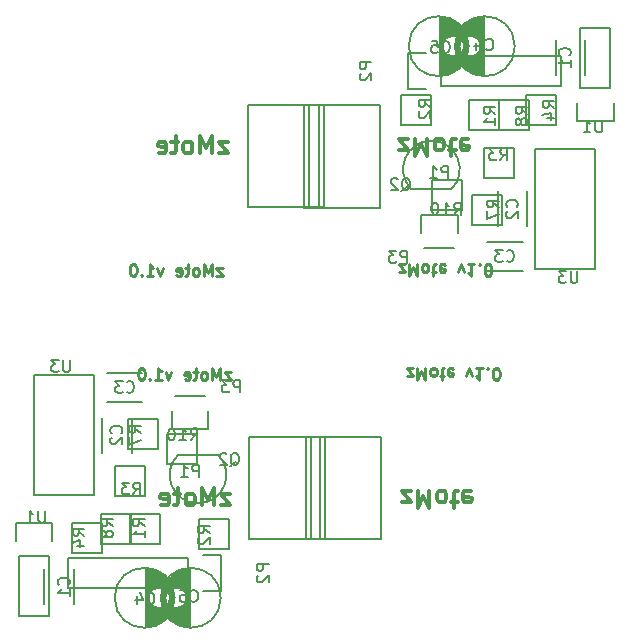
<source format=gbo>
G04 #@! TF.FileFunction,Legend,Bot*
%FSLAX46Y46*%
G04 Gerber Fmt 4.6, Leading zero omitted, Abs format (unit mm)*
G04 Created by KiCad (PCBNEW (after 2015-mar-04 BZR unknown)-product) date 06/27/15 23:08:47*
%MOMM*%
G01*
G04 APERTURE LIST*
%ADD10C,0.100000*%
%ADD11C,0.250000*%
%ADD12C,0.300000*%
%ADD13C,0.150000*%
%ADD14C,0.152400*%
G04 APERTURE END LIST*
D10*
D11*
X182837619Y-129609286D02*
X183361429Y-129609286D01*
X182837619Y-128942619D01*
X183361429Y-128942619D01*
X183742381Y-128942619D02*
X183742381Y-129942619D01*
X184075715Y-129228333D01*
X184409048Y-129942619D01*
X184409048Y-128942619D01*
X185028095Y-128942619D02*
X184932857Y-128990238D01*
X184885238Y-129037857D01*
X184837619Y-129133095D01*
X184837619Y-129418810D01*
X184885238Y-129514048D01*
X184932857Y-129561667D01*
X185028095Y-129609286D01*
X185170953Y-129609286D01*
X185266191Y-129561667D01*
X185313810Y-129514048D01*
X185361429Y-129418810D01*
X185361429Y-129133095D01*
X185313810Y-129037857D01*
X185266191Y-128990238D01*
X185170953Y-128942619D01*
X185028095Y-128942619D01*
X185647143Y-129609286D02*
X186028095Y-129609286D01*
X185790000Y-129942619D02*
X185790000Y-129085476D01*
X185837619Y-128990238D01*
X185932857Y-128942619D01*
X186028095Y-128942619D01*
X186742382Y-128990238D02*
X186647144Y-128942619D01*
X186456667Y-128942619D01*
X186361429Y-128990238D01*
X186313810Y-129085476D01*
X186313810Y-129466429D01*
X186361429Y-129561667D01*
X186456667Y-129609286D01*
X186647144Y-129609286D01*
X186742382Y-129561667D01*
X186790001Y-129466429D01*
X186790001Y-129371190D01*
X186313810Y-129275952D01*
X187885239Y-129609286D02*
X188123334Y-128942619D01*
X188361430Y-129609286D01*
X189266192Y-128942619D02*
X188694763Y-128942619D01*
X188980477Y-128942619D02*
X188980477Y-129942619D01*
X188885239Y-129799762D01*
X188790001Y-129704524D01*
X188694763Y-129656905D01*
X189694763Y-129037857D02*
X189742382Y-128990238D01*
X189694763Y-128942619D01*
X189647144Y-128990238D01*
X189694763Y-129037857D01*
X189694763Y-128942619D01*
X190361429Y-129942619D02*
X190456668Y-129942619D01*
X190551906Y-129895000D01*
X190599525Y-129847381D01*
X190647144Y-129752143D01*
X190694763Y-129561667D01*
X190694763Y-129323571D01*
X190647144Y-129133095D01*
X190599525Y-129037857D01*
X190551906Y-128990238D01*
X190456668Y-128942619D01*
X190361429Y-128942619D01*
X190266191Y-128990238D01*
X190218572Y-129037857D01*
X190170953Y-129133095D01*
X190123334Y-129323571D01*
X190123334Y-129561667D01*
X190170953Y-129752143D01*
X190218572Y-129847381D01*
X190266191Y-129895000D01*
X190361429Y-129942619D01*
D12*
X182390000Y-140316429D02*
X183175714Y-140316429D01*
X182390000Y-139316429D01*
X183175714Y-139316429D01*
X183747143Y-139316429D02*
X183747143Y-140816429D01*
X184247143Y-139745000D01*
X184747143Y-140816429D01*
X184747143Y-139316429D01*
X185675715Y-139316429D02*
X185532857Y-139387857D01*
X185461429Y-139459286D01*
X185390000Y-139602143D01*
X185390000Y-140030714D01*
X185461429Y-140173571D01*
X185532857Y-140245000D01*
X185675715Y-140316429D01*
X185890000Y-140316429D01*
X186032857Y-140245000D01*
X186104286Y-140173571D01*
X186175715Y-140030714D01*
X186175715Y-139602143D01*
X186104286Y-139459286D01*
X186032857Y-139387857D01*
X185890000Y-139316429D01*
X185675715Y-139316429D01*
X186604286Y-140316429D02*
X187175715Y-140316429D01*
X186818572Y-140816429D02*
X186818572Y-139530714D01*
X186890000Y-139387857D01*
X187032858Y-139316429D01*
X187175715Y-139316429D01*
X188247143Y-139387857D02*
X188104286Y-139316429D01*
X187818572Y-139316429D01*
X187675715Y-139387857D01*
X187604286Y-139530714D01*
X187604286Y-140102143D01*
X187675715Y-140245000D01*
X187818572Y-140316429D01*
X188104286Y-140316429D01*
X188247143Y-140245000D01*
X188318572Y-140102143D01*
X188318572Y-139959286D01*
X187604286Y-139816429D01*
X182190000Y-110516429D02*
X182975714Y-110516429D01*
X182190000Y-109516429D01*
X182975714Y-109516429D01*
X183547143Y-109516429D02*
X183547143Y-111016429D01*
X184047143Y-109945000D01*
X184547143Y-111016429D01*
X184547143Y-109516429D01*
X185475715Y-109516429D02*
X185332857Y-109587857D01*
X185261429Y-109659286D01*
X185190000Y-109802143D01*
X185190000Y-110230714D01*
X185261429Y-110373571D01*
X185332857Y-110445000D01*
X185475715Y-110516429D01*
X185690000Y-110516429D01*
X185832857Y-110445000D01*
X185904286Y-110373571D01*
X185975715Y-110230714D01*
X185975715Y-109802143D01*
X185904286Y-109659286D01*
X185832857Y-109587857D01*
X185690000Y-109516429D01*
X185475715Y-109516429D01*
X186404286Y-110516429D02*
X186975715Y-110516429D01*
X186618572Y-111016429D02*
X186618572Y-109730714D01*
X186690000Y-109587857D01*
X186832858Y-109516429D01*
X186975715Y-109516429D01*
X188047143Y-109587857D02*
X187904286Y-109516429D01*
X187618572Y-109516429D01*
X187475715Y-109587857D01*
X187404286Y-109730714D01*
X187404286Y-110302143D01*
X187475715Y-110445000D01*
X187618572Y-110516429D01*
X187904286Y-110516429D01*
X188047143Y-110445000D01*
X188118572Y-110302143D01*
X188118572Y-110159286D01*
X187404286Y-110016429D01*
D11*
X182137619Y-120809286D02*
X182661429Y-120809286D01*
X182137619Y-120142619D01*
X182661429Y-120142619D01*
X183042381Y-120142619D02*
X183042381Y-121142619D01*
X183375715Y-120428333D01*
X183709048Y-121142619D01*
X183709048Y-120142619D01*
X184328095Y-120142619D02*
X184232857Y-120190238D01*
X184185238Y-120237857D01*
X184137619Y-120333095D01*
X184137619Y-120618810D01*
X184185238Y-120714048D01*
X184232857Y-120761667D01*
X184328095Y-120809286D01*
X184470953Y-120809286D01*
X184566191Y-120761667D01*
X184613810Y-120714048D01*
X184661429Y-120618810D01*
X184661429Y-120333095D01*
X184613810Y-120237857D01*
X184566191Y-120190238D01*
X184470953Y-120142619D01*
X184328095Y-120142619D01*
X184947143Y-120809286D02*
X185328095Y-120809286D01*
X185090000Y-121142619D02*
X185090000Y-120285476D01*
X185137619Y-120190238D01*
X185232857Y-120142619D01*
X185328095Y-120142619D01*
X186042382Y-120190238D02*
X185947144Y-120142619D01*
X185756667Y-120142619D01*
X185661429Y-120190238D01*
X185613810Y-120285476D01*
X185613810Y-120666429D01*
X185661429Y-120761667D01*
X185756667Y-120809286D01*
X185947144Y-120809286D01*
X186042382Y-120761667D01*
X186090001Y-120666429D01*
X186090001Y-120571190D01*
X185613810Y-120475952D01*
X187185239Y-120809286D02*
X187423334Y-120142619D01*
X187661430Y-120809286D01*
X188566192Y-120142619D02*
X187994763Y-120142619D01*
X188280477Y-120142619D02*
X188280477Y-121142619D01*
X188185239Y-120999762D01*
X188090001Y-120904524D01*
X187994763Y-120856905D01*
X188994763Y-120237857D02*
X189042382Y-120190238D01*
X188994763Y-120142619D01*
X188947144Y-120190238D01*
X188994763Y-120237857D01*
X188994763Y-120142619D01*
X189661429Y-121142619D02*
X189756668Y-121142619D01*
X189851906Y-121095000D01*
X189899525Y-121047381D01*
X189947144Y-120952143D01*
X189994763Y-120761667D01*
X189994763Y-120523571D01*
X189947144Y-120333095D01*
X189899525Y-120237857D01*
X189851906Y-120190238D01*
X189756668Y-120142619D01*
X189661429Y-120142619D01*
X189566191Y-120190238D01*
X189518572Y-120237857D01*
X189470953Y-120333095D01*
X189423334Y-120523571D01*
X189423334Y-120761667D01*
X189470953Y-120952143D01*
X189518572Y-121047381D01*
X189566191Y-121095000D01*
X189661429Y-121142619D01*
X167942381Y-129280714D02*
X167418571Y-129280714D01*
X167942381Y-129947381D01*
X167418571Y-129947381D01*
X167037619Y-129947381D02*
X167037619Y-128947381D01*
X166704285Y-129661667D01*
X166370952Y-128947381D01*
X166370952Y-129947381D01*
X165751905Y-129947381D02*
X165847143Y-129899762D01*
X165894762Y-129852143D01*
X165942381Y-129756905D01*
X165942381Y-129471190D01*
X165894762Y-129375952D01*
X165847143Y-129328333D01*
X165751905Y-129280714D01*
X165609047Y-129280714D01*
X165513809Y-129328333D01*
X165466190Y-129375952D01*
X165418571Y-129471190D01*
X165418571Y-129756905D01*
X165466190Y-129852143D01*
X165513809Y-129899762D01*
X165609047Y-129947381D01*
X165751905Y-129947381D01*
X165132857Y-129280714D02*
X164751905Y-129280714D01*
X164990000Y-128947381D02*
X164990000Y-129804524D01*
X164942381Y-129899762D01*
X164847143Y-129947381D01*
X164751905Y-129947381D01*
X164037618Y-129899762D02*
X164132856Y-129947381D01*
X164323333Y-129947381D01*
X164418571Y-129899762D01*
X164466190Y-129804524D01*
X164466190Y-129423571D01*
X164418571Y-129328333D01*
X164323333Y-129280714D01*
X164132856Y-129280714D01*
X164037618Y-129328333D01*
X163989999Y-129423571D01*
X163989999Y-129518810D01*
X164466190Y-129614048D01*
X162894761Y-129280714D02*
X162656666Y-129947381D01*
X162418570Y-129280714D01*
X161513808Y-129947381D02*
X162085237Y-129947381D01*
X161799523Y-129947381D02*
X161799523Y-128947381D01*
X161894761Y-129090238D01*
X161989999Y-129185476D01*
X162085237Y-129233095D01*
X161085237Y-129852143D02*
X161037618Y-129899762D01*
X161085237Y-129947381D01*
X161132856Y-129899762D01*
X161085237Y-129852143D01*
X161085237Y-129947381D01*
X160418571Y-128947381D02*
X160323332Y-128947381D01*
X160228094Y-128995000D01*
X160180475Y-129042619D01*
X160132856Y-129137857D01*
X160085237Y-129328333D01*
X160085237Y-129566429D01*
X160132856Y-129756905D01*
X160180475Y-129852143D01*
X160228094Y-129899762D01*
X160323332Y-129947381D01*
X160418571Y-129947381D01*
X160513809Y-129899762D01*
X160561428Y-129852143D01*
X160609047Y-129756905D01*
X160656666Y-129566429D01*
X160656666Y-129328333D01*
X160609047Y-129137857D01*
X160561428Y-129042619D01*
X160513809Y-128995000D01*
X160418571Y-128947381D01*
D12*
X167890000Y-139573571D02*
X167104286Y-139573571D01*
X167890000Y-140573571D01*
X167104286Y-140573571D01*
X166532857Y-140573571D02*
X166532857Y-139073571D01*
X166032857Y-140145000D01*
X165532857Y-139073571D01*
X165532857Y-140573571D01*
X164604285Y-140573571D02*
X164747143Y-140502143D01*
X164818571Y-140430714D01*
X164890000Y-140287857D01*
X164890000Y-139859286D01*
X164818571Y-139716429D01*
X164747143Y-139645000D01*
X164604285Y-139573571D01*
X164390000Y-139573571D01*
X164247143Y-139645000D01*
X164175714Y-139716429D01*
X164104285Y-139859286D01*
X164104285Y-140287857D01*
X164175714Y-140430714D01*
X164247143Y-140502143D01*
X164390000Y-140573571D01*
X164604285Y-140573571D01*
X163675714Y-139573571D02*
X163104285Y-139573571D01*
X163461428Y-139073571D02*
X163461428Y-140359286D01*
X163390000Y-140502143D01*
X163247142Y-140573571D01*
X163104285Y-140573571D01*
X162032857Y-140502143D02*
X162175714Y-140573571D01*
X162461428Y-140573571D01*
X162604285Y-140502143D01*
X162675714Y-140359286D01*
X162675714Y-139787857D01*
X162604285Y-139645000D01*
X162461428Y-139573571D01*
X162175714Y-139573571D01*
X162032857Y-139645000D01*
X161961428Y-139787857D01*
X161961428Y-139930714D01*
X162675714Y-140073571D01*
X167690000Y-109773571D02*
X166904286Y-109773571D01*
X167690000Y-110773571D01*
X166904286Y-110773571D01*
X166332857Y-110773571D02*
X166332857Y-109273571D01*
X165832857Y-110345000D01*
X165332857Y-109273571D01*
X165332857Y-110773571D01*
X164404285Y-110773571D02*
X164547143Y-110702143D01*
X164618571Y-110630714D01*
X164690000Y-110487857D01*
X164690000Y-110059286D01*
X164618571Y-109916429D01*
X164547143Y-109845000D01*
X164404285Y-109773571D01*
X164190000Y-109773571D01*
X164047143Y-109845000D01*
X163975714Y-109916429D01*
X163904285Y-110059286D01*
X163904285Y-110487857D01*
X163975714Y-110630714D01*
X164047143Y-110702143D01*
X164190000Y-110773571D01*
X164404285Y-110773571D01*
X163475714Y-109773571D02*
X162904285Y-109773571D01*
X163261428Y-109273571D02*
X163261428Y-110559286D01*
X163190000Y-110702143D01*
X163047142Y-110773571D01*
X162904285Y-110773571D01*
X161832857Y-110702143D02*
X161975714Y-110773571D01*
X162261428Y-110773571D01*
X162404285Y-110702143D01*
X162475714Y-110559286D01*
X162475714Y-109987857D01*
X162404285Y-109845000D01*
X162261428Y-109773571D01*
X161975714Y-109773571D01*
X161832857Y-109845000D01*
X161761428Y-109987857D01*
X161761428Y-110130714D01*
X162475714Y-110273571D01*
D11*
X167242381Y-120480714D02*
X166718571Y-120480714D01*
X167242381Y-121147381D01*
X166718571Y-121147381D01*
X166337619Y-121147381D02*
X166337619Y-120147381D01*
X166004285Y-120861667D01*
X165670952Y-120147381D01*
X165670952Y-121147381D01*
X165051905Y-121147381D02*
X165147143Y-121099762D01*
X165194762Y-121052143D01*
X165242381Y-120956905D01*
X165242381Y-120671190D01*
X165194762Y-120575952D01*
X165147143Y-120528333D01*
X165051905Y-120480714D01*
X164909047Y-120480714D01*
X164813809Y-120528333D01*
X164766190Y-120575952D01*
X164718571Y-120671190D01*
X164718571Y-120956905D01*
X164766190Y-121052143D01*
X164813809Y-121099762D01*
X164909047Y-121147381D01*
X165051905Y-121147381D01*
X164432857Y-120480714D02*
X164051905Y-120480714D01*
X164290000Y-120147381D02*
X164290000Y-121004524D01*
X164242381Y-121099762D01*
X164147143Y-121147381D01*
X164051905Y-121147381D01*
X163337618Y-121099762D02*
X163432856Y-121147381D01*
X163623333Y-121147381D01*
X163718571Y-121099762D01*
X163766190Y-121004524D01*
X163766190Y-120623571D01*
X163718571Y-120528333D01*
X163623333Y-120480714D01*
X163432856Y-120480714D01*
X163337618Y-120528333D01*
X163289999Y-120623571D01*
X163289999Y-120718810D01*
X163766190Y-120814048D01*
X162194761Y-120480714D02*
X161956666Y-121147381D01*
X161718570Y-120480714D01*
X160813808Y-121147381D02*
X161385237Y-121147381D01*
X161099523Y-121147381D02*
X161099523Y-120147381D01*
X161194761Y-120290238D01*
X161289999Y-120385476D01*
X161385237Y-120433095D01*
X160385237Y-121052143D02*
X160337618Y-121099762D01*
X160385237Y-121147381D01*
X160432856Y-121099762D01*
X160385237Y-121052143D01*
X160385237Y-121147381D01*
X159718571Y-120147381D02*
X159623332Y-120147381D01*
X159528094Y-120195000D01*
X159480475Y-120242619D01*
X159432856Y-120337857D01*
X159385237Y-120528333D01*
X159385237Y-120766429D01*
X159432856Y-120956905D01*
X159480475Y-121052143D01*
X159528094Y-121099762D01*
X159623332Y-121147381D01*
X159718571Y-121147381D01*
X159813809Y-121099762D01*
X159861428Y-121052143D01*
X159909047Y-120956905D01*
X159956666Y-120766429D01*
X159956666Y-120528333D01*
X159909047Y-120337857D01*
X159861428Y-120242619D01*
X159813809Y-120195000D01*
X159718571Y-120147381D01*
D13*
X174262540Y-143440900D02*
X174262540Y-134740900D01*
X180667540Y-143440900D02*
X180667540Y-134740900D01*
X180667540Y-134740900D02*
X174262540Y-134740900D01*
X175492540Y-134740900D02*
X175492540Y-143440900D01*
X174262540Y-143440900D02*
X180667540Y-143440900D01*
X195440000Y-101145000D02*
X195440000Y-104145000D01*
X197940000Y-104145000D02*
X197940000Y-101145000D01*
X197520000Y-105225000D02*
X197520000Y-100145000D01*
X197520000Y-100145000D02*
X200060000Y-100145000D01*
X200060000Y-100145000D02*
X200060000Y-105225000D01*
X200340000Y-108045000D02*
X200340000Y-106495000D01*
X200060000Y-105225000D02*
X197520000Y-105225000D01*
X197240000Y-106495000D02*
X197240000Y-108045000D01*
X197240000Y-108045000D02*
X200340000Y-108045000D01*
X186620000Y-113795000D02*
X183220000Y-113795000D01*
X186617056Y-113792056D02*
G75*
G03X184920000Y-109695000I-1697056J1697056D01*
G01*
X183222944Y-113792056D02*
G75*
G02X184920000Y-109695000I1697056J1697056D01*
G01*
X174162540Y-115350900D02*
X174162540Y-106650900D01*
X180567540Y-115350900D02*
X180567540Y-106650900D01*
X180567540Y-106650900D02*
X174162540Y-106650900D01*
X175392540Y-106650900D02*
X175392540Y-115350900D01*
X174162540Y-115350900D02*
X180567540Y-115350900D01*
X185615000Y-104194000D02*
X185615000Y-99196000D01*
X185755000Y-104186000D02*
X185755000Y-99204000D01*
X185895000Y-104170000D02*
X185895000Y-101790000D01*
X185895000Y-101600000D02*
X185895000Y-99220000D01*
X186035000Y-104146000D02*
X186035000Y-102185000D01*
X186035000Y-101205000D02*
X186035000Y-99244000D01*
X186175000Y-104113000D02*
X186175000Y-102352000D01*
X186175000Y-101038000D02*
X186175000Y-99277000D01*
X186315000Y-104072000D02*
X186315000Y-102459000D01*
X186315000Y-100931000D02*
X186315000Y-99318000D01*
X186455000Y-104022000D02*
X186455000Y-102530000D01*
X186455000Y-100860000D02*
X186455000Y-99368000D01*
X186595000Y-103961000D02*
X186595000Y-102574000D01*
X186595000Y-100816000D02*
X186595000Y-99429000D01*
X186735000Y-103891000D02*
X186735000Y-102593000D01*
X186735000Y-100797000D02*
X186735000Y-99499000D01*
X186875000Y-103809000D02*
X186875000Y-102591000D01*
X186875000Y-100799000D02*
X186875000Y-99581000D01*
X187015000Y-103714000D02*
X187015000Y-102566000D01*
X187015000Y-100824000D02*
X187015000Y-99676000D01*
X187155000Y-103603000D02*
X187155000Y-102518000D01*
X187155000Y-100872000D02*
X187155000Y-99787000D01*
X187295000Y-103475000D02*
X187295000Y-102440000D01*
X187295000Y-100950000D02*
X187295000Y-99915000D01*
X187435000Y-103326000D02*
X187435000Y-102323000D01*
X187435000Y-101067000D02*
X187435000Y-100064000D01*
X187575000Y-103147000D02*
X187575000Y-102135000D01*
X187575000Y-101255000D02*
X187575000Y-100243000D01*
X187715000Y-102928000D02*
X187715000Y-100462000D01*
X187855000Y-102639000D02*
X187855000Y-100751000D01*
X187995000Y-102167000D02*
X187995000Y-101223000D01*
X187690000Y-101695000D02*
G75*
G03X187690000Y-101695000I-900000J0D01*
G01*
X188077500Y-101695000D02*
G75*
G03X188077500Y-101695000I-2537500J0D01*
G01*
X189365000Y-99196000D02*
X189365000Y-104194000D01*
X189225000Y-99204000D02*
X189225000Y-104186000D01*
X189085000Y-99220000D02*
X189085000Y-101600000D01*
X189085000Y-101790000D02*
X189085000Y-104170000D01*
X188945000Y-99244000D02*
X188945000Y-101205000D01*
X188945000Y-102185000D02*
X188945000Y-104146000D01*
X188805000Y-99277000D02*
X188805000Y-101038000D01*
X188805000Y-102352000D02*
X188805000Y-104113000D01*
X188665000Y-99318000D02*
X188665000Y-100931000D01*
X188665000Y-102459000D02*
X188665000Y-104072000D01*
X188525000Y-99368000D02*
X188525000Y-100860000D01*
X188525000Y-102530000D02*
X188525000Y-104022000D01*
X188385000Y-99429000D02*
X188385000Y-100816000D01*
X188385000Y-102574000D02*
X188385000Y-103961000D01*
X188245000Y-99499000D02*
X188245000Y-100797000D01*
X188245000Y-102593000D02*
X188245000Y-103891000D01*
X188105000Y-99581000D02*
X188105000Y-100799000D01*
X188105000Y-102591000D02*
X188105000Y-103809000D01*
X187965000Y-99676000D02*
X187965000Y-100824000D01*
X187965000Y-102566000D02*
X187965000Y-103714000D01*
X187825000Y-99787000D02*
X187825000Y-100872000D01*
X187825000Y-102518000D02*
X187825000Y-103603000D01*
X187685000Y-99915000D02*
X187685000Y-100950000D01*
X187685000Y-102440000D02*
X187685000Y-103475000D01*
X187545000Y-100064000D02*
X187545000Y-101067000D01*
X187545000Y-102323000D02*
X187545000Y-103326000D01*
X187405000Y-100243000D02*
X187405000Y-101255000D01*
X187405000Y-102135000D02*
X187405000Y-103147000D01*
X187265000Y-100462000D02*
X187265000Y-102928000D01*
X187125000Y-100751000D02*
X187125000Y-102639000D01*
X186985000Y-101223000D02*
X186985000Y-102167000D01*
X189090000Y-101695000D02*
G75*
G03X189090000Y-101695000I-900000J0D01*
G01*
X191977500Y-101695000D02*
G75*
G03X191977500Y-101695000I-2537500J0D01*
G01*
X192640000Y-118245000D02*
X189640000Y-118245000D01*
X189640000Y-120745000D02*
X192640000Y-120745000D01*
X190540000Y-113945000D02*
X190540000Y-116945000D01*
X193040000Y-116945000D02*
X193040000Y-113945000D01*
D14*
X196266000Y-120521000D02*
X193726000Y-120521000D01*
X193726000Y-120521000D02*
X193726000Y-117981000D01*
X193726000Y-117981000D02*
X193726000Y-110361000D01*
X193726000Y-110361000D02*
X198806000Y-110361000D01*
X198806000Y-110361000D02*
X198806000Y-120521000D01*
X198806000Y-120521000D02*
X196266000Y-120521000D01*
D13*
X184040000Y-115945000D02*
X184040000Y-117495000D01*
X187140000Y-117495000D02*
X187140000Y-115945000D01*
X187140000Y-115945000D02*
X184040000Y-115945000D01*
X186860000Y-118765000D02*
X184320000Y-118765000D01*
X184490000Y-102245000D02*
X182940000Y-102245000D01*
X182940000Y-102245000D02*
X182940000Y-105345000D01*
X182940000Y-105345000D02*
X184490000Y-105345000D01*
X185760000Y-105065000D02*
X195920000Y-105065000D01*
X195920000Y-105065000D02*
X195920000Y-102525000D01*
X195920000Y-102525000D02*
X185760000Y-102525000D01*
X185760000Y-105065000D02*
X185760000Y-102525000D01*
X188120000Y-106255000D02*
X188120000Y-108795000D01*
X188120000Y-108795000D02*
X190660000Y-108795000D01*
X190660000Y-108795000D02*
X190660000Y-106255000D01*
X190660000Y-106255000D02*
X188120000Y-106255000D01*
X184860000Y-108335000D02*
X184860000Y-105795000D01*
X184860000Y-105795000D02*
X182320000Y-105795000D01*
X182320000Y-105795000D02*
X182320000Y-108335000D01*
X182320000Y-108335000D02*
X184860000Y-108335000D01*
X191930000Y-110325000D02*
X189390000Y-110325000D01*
X189390000Y-110325000D02*
X189390000Y-112865000D01*
X189390000Y-112865000D02*
X191930000Y-112865000D01*
X191930000Y-112865000D02*
X191930000Y-110325000D01*
X195460000Y-108335000D02*
X195460000Y-105795000D01*
X195460000Y-105795000D02*
X192920000Y-105795000D01*
X192920000Y-105795000D02*
X192920000Y-108335000D01*
X192920000Y-108335000D02*
X195460000Y-108335000D01*
X190860000Y-116835000D02*
X190860000Y-114295000D01*
X190860000Y-114295000D02*
X188320000Y-114295000D01*
X188320000Y-114295000D02*
X188320000Y-116835000D01*
X188320000Y-116835000D02*
X190860000Y-116835000D01*
X190620000Y-106255000D02*
X190620000Y-108795000D01*
X190620000Y-108795000D02*
X193160000Y-108795000D01*
X193160000Y-108795000D02*
X193160000Y-106255000D01*
X193160000Y-106255000D02*
X190620000Y-106255000D01*
X187530000Y-113025000D02*
X184990000Y-113025000D01*
X184990000Y-113025000D02*
X184990000Y-115565000D01*
X184990000Y-115565000D02*
X187530000Y-115565000D01*
X187530000Y-115565000D02*
X187530000Y-113025000D01*
X162550000Y-137065000D02*
X165090000Y-137065000D01*
X165090000Y-137065000D02*
X165090000Y-134525000D01*
X165090000Y-134525000D02*
X162550000Y-134525000D01*
X162550000Y-134525000D02*
X162550000Y-137065000D01*
X159460000Y-143835000D02*
X159460000Y-141295000D01*
X159460000Y-141295000D02*
X156920000Y-141295000D01*
X156920000Y-141295000D02*
X156920000Y-143835000D01*
X156920000Y-143835000D02*
X159460000Y-143835000D01*
X159220000Y-133255000D02*
X159220000Y-135795000D01*
X159220000Y-135795000D02*
X161760000Y-135795000D01*
X161760000Y-135795000D02*
X161760000Y-133255000D01*
X161760000Y-133255000D02*
X159220000Y-133255000D01*
X154520000Y-142055000D02*
X154520000Y-144595000D01*
X154520000Y-144595000D02*
X157060000Y-144595000D01*
X157060000Y-144595000D02*
X157060000Y-142055000D01*
X157060000Y-142055000D02*
X154520000Y-142055000D01*
X158150000Y-139765000D02*
X160690000Y-139765000D01*
X160690000Y-139765000D02*
X160690000Y-137225000D01*
X160690000Y-137225000D02*
X158150000Y-137225000D01*
X158150000Y-137225000D02*
X158150000Y-139765000D01*
X165220000Y-141755000D02*
X165220000Y-144295000D01*
X165220000Y-144295000D02*
X167760000Y-144295000D01*
X167760000Y-144295000D02*
X167760000Y-141755000D01*
X167760000Y-141755000D02*
X165220000Y-141755000D01*
X161960000Y-143835000D02*
X161960000Y-141295000D01*
X161960000Y-141295000D02*
X159420000Y-141295000D01*
X159420000Y-141295000D02*
X159420000Y-143835000D01*
X159420000Y-143835000D02*
X161960000Y-143835000D01*
X165590000Y-147845000D02*
X167140000Y-147845000D01*
X167140000Y-147845000D02*
X167140000Y-144745000D01*
X167140000Y-144745000D02*
X165590000Y-144745000D01*
X164320000Y-145025000D02*
X154160000Y-145025000D01*
X154160000Y-145025000D02*
X154160000Y-147565000D01*
X154160000Y-147565000D02*
X164320000Y-147565000D01*
X164320000Y-145025000D02*
X164320000Y-147565000D01*
X166040000Y-134145000D02*
X166040000Y-132595000D01*
X162940000Y-132595000D02*
X162940000Y-134145000D01*
X162940000Y-134145000D02*
X166040000Y-134145000D01*
X163220000Y-131325000D02*
X165760000Y-131325000D01*
D14*
X153814000Y-129569000D02*
X156354000Y-129569000D01*
X156354000Y-129569000D02*
X156354000Y-132109000D01*
X156354000Y-132109000D02*
X156354000Y-139729000D01*
X156354000Y-139729000D02*
X151274000Y-139729000D01*
X151274000Y-139729000D02*
X151274000Y-129569000D01*
X151274000Y-129569000D02*
X153814000Y-129569000D01*
D13*
X159540000Y-136145000D02*
X159540000Y-133145000D01*
X157040000Y-133145000D02*
X157040000Y-136145000D01*
X157440000Y-131845000D02*
X160440000Y-131845000D01*
X160440000Y-129345000D02*
X157440000Y-129345000D01*
X160715000Y-150894000D02*
X160715000Y-145896000D01*
X160855000Y-150886000D02*
X160855000Y-145904000D01*
X160995000Y-150870000D02*
X160995000Y-148490000D01*
X160995000Y-148300000D02*
X160995000Y-145920000D01*
X161135000Y-150846000D02*
X161135000Y-148885000D01*
X161135000Y-147905000D02*
X161135000Y-145944000D01*
X161275000Y-150813000D02*
X161275000Y-149052000D01*
X161275000Y-147738000D02*
X161275000Y-145977000D01*
X161415000Y-150772000D02*
X161415000Y-149159000D01*
X161415000Y-147631000D02*
X161415000Y-146018000D01*
X161555000Y-150722000D02*
X161555000Y-149230000D01*
X161555000Y-147560000D02*
X161555000Y-146068000D01*
X161695000Y-150661000D02*
X161695000Y-149274000D01*
X161695000Y-147516000D02*
X161695000Y-146129000D01*
X161835000Y-150591000D02*
X161835000Y-149293000D01*
X161835000Y-147497000D02*
X161835000Y-146199000D01*
X161975000Y-150509000D02*
X161975000Y-149291000D01*
X161975000Y-147499000D02*
X161975000Y-146281000D01*
X162115000Y-150414000D02*
X162115000Y-149266000D01*
X162115000Y-147524000D02*
X162115000Y-146376000D01*
X162255000Y-150303000D02*
X162255000Y-149218000D01*
X162255000Y-147572000D02*
X162255000Y-146487000D01*
X162395000Y-150175000D02*
X162395000Y-149140000D01*
X162395000Y-147650000D02*
X162395000Y-146615000D01*
X162535000Y-150026000D02*
X162535000Y-149023000D01*
X162535000Y-147767000D02*
X162535000Y-146764000D01*
X162675000Y-149847000D02*
X162675000Y-148835000D01*
X162675000Y-147955000D02*
X162675000Y-146943000D01*
X162815000Y-149628000D02*
X162815000Y-147162000D01*
X162955000Y-149339000D02*
X162955000Y-147451000D01*
X163095000Y-148867000D02*
X163095000Y-147923000D01*
X162790000Y-148395000D02*
G75*
G03X162790000Y-148395000I-900000J0D01*
G01*
X163177500Y-148395000D02*
G75*
G03X163177500Y-148395000I-2537500J0D01*
G01*
X164465000Y-145896000D02*
X164465000Y-150894000D01*
X164325000Y-145904000D02*
X164325000Y-150886000D01*
X164185000Y-145920000D02*
X164185000Y-148300000D01*
X164185000Y-148490000D02*
X164185000Y-150870000D01*
X164045000Y-145944000D02*
X164045000Y-147905000D01*
X164045000Y-148885000D02*
X164045000Y-150846000D01*
X163905000Y-145977000D02*
X163905000Y-147738000D01*
X163905000Y-149052000D02*
X163905000Y-150813000D01*
X163765000Y-146018000D02*
X163765000Y-147631000D01*
X163765000Y-149159000D02*
X163765000Y-150772000D01*
X163625000Y-146068000D02*
X163625000Y-147560000D01*
X163625000Y-149230000D02*
X163625000Y-150722000D01*
X163485000Y-146129000D02*
X163485000Y-147516000D01*
X163485000Y-149274000D02*
X163485000Y-150661000D01*
X163345000Y-146199000D02*
X163345000Y-147497000D01*
X163345000Y-149293000D02*
X163345000Y-150591000D01*
X163205000Y-146281000D02*
X163205000Y-147499000D01*
X163205000Y-149291000D02*
X163205000Y-150509000D01*
X163065000Y-146376000D02*
X163065000Y-147524000D01*
X163065000Y-149266000D02*
X163065000Y-150414000D01*
X162925000Y-146487000D02*
X162925000Y-147572000D01*
X162925000Y-149218000D02*
X162925000Y-150303000D01*
X162785000Y-146615000D02*
X162785000Y-147650000D01*
X162785000Y-149140000D02*
X162785000Y-150175000D01*
X162645000Y-146764000D02*
X162645000Y-147767000D01*
X162645000Y-149023000D02*
X162645000Y-150026000D01*
X162505000Y-146943000D02*
X162505000Y-147955000D01*
X162505000Y-148835000D02*
X162505000Y-149847000D01*
X162365000Y-147162000D02*
X162365000Y-149628000D01*
X162225000Y-147451000D02*
X162225000Y-149339000D01*
X162085000Y-147923000D02*
X162085000Y-148867000D01*
X164190000Y-148395000D02*
G75*
G03X164190000Y-148395000I-900000J0D01*
G01*
X167077500Y-148395000D02*
G75*
G03X167077500Y-148395000I-2537500J0D01*
G01*
X175917460Y-134739100D02*
X175917460Y-143439100D01*
X169512460Y-134739100D02*
X169512460Y-143439100D01*
X169512460Y-143439100D02*
X175917460Y-143439100D01*
X174687460Y-143439100D02*
X174687460Y-134739100D01*
X175917460Y-134739100D02*
X169512460Y-134739100D01*
X163460000Y-136295000D02*
X166860000Y-136295000D01*
X163462944Y-136297944D02*
G75*
G03X165160000Y-140395000I1697056J-1697056D01*
G01*
X166857056Y-136297944D02*
G75*
G02X165160000Y-140395000I-1697056J-1697056D01*
G01*
X152560000Y-144865000D02*
X152560000Y-149945000D01*
X152560000Y-149945000D02*
X150020000Y-149945000D01*
X150020000Y-149945000D02*
X150020000Y-144865000D01*
X149740000Y-142045000D02*
X149740000Y-143595000D01*
X150020000Y-144865000D02*
X152560000Y-144865000D01*
X152840000Y-143595000D02*
X152840000Y-142045000D01*
X152840000Y-142045000D02*
X149740000Y-142045000D01*
X154640000Y-148945000D02*
X154640000Y-145945000D01*
X152140000Y-145945000D02*
X152140000Y-148945000D01*
X175817460Y-106649100D02*
X175817460Y-115349100D01*
X169412460Y-106649100D02*
X169412460Y-115349100D01*
X169412460Y-115349100D02*
X175817460Y-115349100D01*
X174587460Y-115349100D02*
X174587460Y-106649100D01*
X175817460Y-106649100D02*
X169412460Y-106649100D01*
X196609143Y-102460334D02*
X196656762Y-102412715D01*
X196704381Y-102269858D01*
X196704381Y-102174620D01*
X196656762Y-102031762D01*
X196561524Y-101936524D01*
X196466286Y-101888905D01*
X196275810Y-101841286D01*
X196132952Y-101841286D01*
X195942476Y-101888905D01*
X195847238Y-101936524D01*
X195752000Y-102031762D01*
X195704381Y-102174620D01*
X195704381Y-102269858D01*
X195752000Y-102412715D01*
X195799619Y-102460334D01*
X196704381Y-103412715D02*
X196704381Y-102841286D01*
X196704381Y-103127000D02*
X195704381Y-103127000D01*
X195847238Y-103031762D01*
X195942476Y-102936524D01*
X195990095Y-102841286D01*
X199381905Y-107972381D02*
X199381905Y-108781905D01*
X199334286Y-108877143D01*
X199286667Y-108924762D01*
X199191429Y-108972381D01*
X199000952Y-108972381D01*
X198905714Y-108924762D01*
X198858095Y-108877143D01*
X198810476Y-108781905D01*
X198810476Y-107972381D01*
X197810476Y-108972381D02*
X198381905Y-108972381D01*
X198096191Y-108972381D02*
X198096191Y-107972381D01*
X198191429Y-108115238D01*
X198286667Y-108210476D01*
X198381905Y-108258095D01*
X182385238Y-113942619D02*
X182480476Y-113895000D01*
X182575714Y-113799762D01*
X182718571Y-113656905D01*
X182813810Y-113609286D01*
X182909048Y-113609286D01*
X182861429Y-113847381D02*
X182956667Y-113799762D01*
X183051905Y-113704524D01*
X183099524Y-113514048D01*
X183099524Y-113180714D01*
X183051905Y-112990238D01*
X182956667Y-112895000D01*
X182861429Y-112847381D01*
X182670952Y-112847381D01*
X182575714Y-112895000D01*
X182480476Y-112990238D01*
X182432857Y-113180714D01*
X182432857Y-113514048D01*
X182480476Y-113704524D01*
X182575714Y-113799762D01*
X182670952Y-113847381D01*
X182861429Y-113847381D01*
X182051905Y-112942619D02*
X182004286Y-112895000D01*
X181909048Y-112847381D01*
X181670952Y-112847381D01*
X181575714Y-112895000D01*
X181528095Y-112942619D01*
X181480476Y-113037857D01*
X181480476Y-113133095D01*
X181528095Y-113275952D01*
X182099524Y-113847381D01*
X181480476Y-113847381D01*
X185856666Y-102152143D02*
X185904285Y-102199762D01*
X186047142Y-102247381D01*
X186142380Y-102247381D01*
X186285238Y-102199762D01*
X186380476Y-102104524D01*
X186428095Y-102009286D01*
X186475714Y-101818810D01*
X186475714Y-101675952D01*
X186428095Y-101485476D01*
X186380476Y-101390238D01*
X186285238Y-101295000D01*
X186142380Y-101247381D01*
X186047142Y-101247381D01*
X185904285Y-101295000D01*
X185856666Y-101342619D01*
X184951904Y-101247381D02*
X185428095Y-101247381D01*
X185475714Y-101723571D01*
X185428095Y-101675952D01*
X185332857Y-101628333D01*
X185094761Y-101628333D01*
X184999523Y-101675952D01*
X184951904Y-101723571D01*
X184904285Y-101818810D01*
X184904285Y-102056905D01*
X184951904Y-102152143D01*
X184999523Y-102199762D01*
X185094761Y-102247381D01*
X185332857Y-102247381D01*
X185428095Y-102199762D01*
X185475714Y-102152143D01*
X189556666Y-101952143D02*
X189604285Y-101999762D01*
X189747142Y-102047381D01*
X189842380Y-102047381D01*
X189985238Y-101999762D01*
X190080476Y-101904524D01*
X190128095Y-101809286D01*
X190175714Y-101618810D01*
X190175714Y-101475952D01*
X190128095Y-101285476D01*
X190080476Y-101190238D01*
X189985238Y-101095000D01*
X189842380Y-101047381D01*
X189747142Y-101047381D01*
X189604285Y-101095000D01*
X189556666Y-101142619D01*
X188699523Y-101380714D02*
X188699523Y-102047381D01*
X188937619Y-100999762D02*
X189175714Y-101714048D01*
X188556666Y-101714048D01*
X191286666Y-119852143D02*
X191334285Y-119899762D01*
X191477142Y-119947381D01*
X191572380Y-119947381D01*
X191715238Y-119899762D01*
X191810476Y-119804524D01*
X191858095Y-119709286D01*
X191905714Y-119518810D01*
X191905714Y-119375952D01*
X191858095Y-119185476D01*
X191810476Y-119090238D01*
X191715238Y-118995000D01*
X191572380Y-118947381D01*
X191477142Y-118947381D01*
X191334285Y-118995000D01*
X191286666Y-119042619D01*
X190953333Y-118947381D02*
X190334285Y-118947381D01*
X190667619Y-119328333D01*
X190524761Y-119328333D01*
X190429523Y-119375952D01*
X190381904Y-119423571D01*
X190334285Y-119518810D01*
X190334285Y-119756905D01*
X190381904Y-119852143D01*
X190429523Y-119899762D01*
X190524761Y-119947381D01*
X190810476Y-119947381D01*
X190905714Y-119899762D01*
X190953333Y-119852143D01*
X192147143Y-115298334D02*
X192194762Y-115250715D01*
X192242381Y-115107858D01*
X192242381Y-115012620D01*
X192194762Y-114869762D01*
X192099524Y-114774524D01*
X192004286Y-114726905D01*
X191813810Y-114679286D01*
X191670952Y-114679286D01*
X191480476Y-114726905D01*
X191385238Y-114774524D01*
X191290000Y-114869762D01*
X191242381Y-115012620D01*
X191242381Y-115107858D01*
X191290000Y-115250715D01*
X191337619Y-115298334D01*
X191337619Y-115679286D02*
X191290000Y-115726905D01*
X191242381Y-115822143D01*
X191242381Y-116060239D01*
X191290000Y-116155477D01*
X191337619Y-116203096D01*
X191432857Y-116250715D01*
X191528095Y-116250715D01*
X191670952Y-116203096D01*
X192242381Y-115631667D01*
X192242381Y-116250715D01*
X197281905Y-120735381D02*
X197281905Y-121544905D01*
X197234286Y-121640143D01*
X197186667Y-121687762D01*
X197091429Y-121735381D01*
X196900952Y-121735381D01*
X196805714Y-121687762D01*
X196758095Y-121640143D01*
X196710476Y-121544905D01*
X196710476Y-120735381D01*
X196329524Y-120735381D02*
X195710476Y-120735381D01*
X196043810Y-121116333D01*
X195900952Y-121116333D01*
X195805714Y-121163952D01*
X195758095Y-121211571D01*
X195710476Y-121306810D01*
X195710476Y-121544905D01*
X195758095Y-121640143D01*
X195805714Y-121687762D01*
X195900952Y-121735381D01*
X196186667Y-121735381D01*
X196281905Y-121687762D01*
X196329524Y-121640143D01*
X186328095Y-112847381D02*
X186328095Y-111847381D01*
X185947142Y-111847381D01*
X185851904Y-111895000D01*
X185804285Y-111942619D01*
X185756666Y-112037857D01*
X185756666Y-112180714D01*
X185804285Y-112275952D01*
X185851904Y-112323571D01*
X185947142Y-112371190D01*
X186328095Y-112371190D01*
X184804285Y-112847381D02*
X185375714Y-112847381D01*
X185090000Y-112847381D02*
X185090000Y-111847381D01*
X185185238Y-111990238D01*
X185280476Y-112085476D01*
X185375714Y-112133095D01*
X179842381Y-103056905D02*
X178842381Y-103056905D01*
X178842381Y-103437858D01*
X178890000Y-103533096D01*
X178937619Y-103580715D01*
X179032857Y-103628334D01*
X179175714Y-103628334D01*
X179270952Y-103580715D01*
X179318571Y-103533096D01*
X179366190Y-103437858D01*
X179366190Y-103056905D01*
X178937619Y-104009286D02*
X178890000Y-104056905D01*
X178842381Y-104152143D01*
X178842381Y-104390239D01*
X178890000Y-104485477D01*
X178937619Y-104533096D01*
X179032857Y-104580715D01*
X179128095Y-104580715D01*
X179270952Y-104533096D01*
X179842381Y-103961667D01*
X179842381Y-104580715D01*
X190342381Y-107428334D02*
X189866190Y-107095000D01*
X190342381Y-106856905D02*
X189342381Y-106856905D01*
X189342381Y-107237858D01*
X189390000Y-107333096D01*
X189437619Y-107380715D01*
X189532857Y-107428334D01*
X189675714Y-107428334D01*
X189770952Y-107380715D01*
X189818571Y-107333096D01*
X189866190Y-107237858D01*
X189866190Y-106856905D01*
X190342381Y-108380715D02*
X190342381Y-107809286D01*
X190342381Y-108095000D02*
X189342381Y-108095000D01*
X189485238Y-107999762D01*
X189580476Y-107904524D01*
X189628095Y-107809286D01*
X184842381Y-106828334D02*
X184366190Y-106495000D01*
X184842381Y-106256905D02*
X183842381Y-106256905D01*
X183842381Y-106637858D01*
X183890000Y-106733096D01*
X183937619Y-106780715D01*
X184032857Y-106828334D01*
X184175714Y-106828334D01*
X184270952Y-106780715D01*
X184318571Y-106733096D01*
X184366190Y-106637858D01*
X184366190Y-106256905D01*
X183937619Y-107209286D02*
X183890000Y-107256905D01*
X183842381Y-107352143D01*
X183842381Y-107590239D01*
X183890000Y-107685477D01*
X183937619Y-107733096D01*
X184032857Y-107780715D01*
X184128095Y-107780715D01*
X184270952Y-107733096D01*
X184842381Y-107161667D01*
X184842381Y-107780715D01*
X190756666Y-111347381D02*
X191090000Y-110871190D01*
X191328095Y-111347381D02*
X191328095Y-110347381D01*
X190947142Y-110347381D01*
X190851904Y-110395000D01*
X190804285Y-110442619D01*
X190756666Y-110537857D01*
X190756666Y-110680714D01*
X190804285Y-110775952D01*
X190851904Y-110823571D01*
X190947142Y-110871190D01*
X191328095Y-110871190D01*
X190423333Y-110347381D02*
X189804285Y-110347381D01*
X190137619Y-110728333D01*
X189994761Y-110728333D01*
X189899523Y-110775952D01*
X189851904Y-110823571D01*
X189804285Y-110918810D01*
X189804285Y-111156905D01*
X189851904Y-111252143D01*
X189899523Y-111299762D01*
X189994761Y-111347381D01*
X190280476Y-111347381D01*
X190375714Y-111299762D01*
X190423333Y-111252143D01*
X195342381Y-106928334D02*
X194866190Y-106595000D01*
X195342381Y-106356905D02*
X194342381Y-106356905D01*
X194342381Y-106737858D01*
X194390000Y-106833096D01*
X194437619Y-106880715D01*
X194532857Y-106928334D01*
X194675714Y-106928334D01*
X194770952Y-106880715D01*
X194818571Y-106833096D01*
X194866190Y-106737858D01*
X194866190Y-106356905D01*
X194675714Y-107785477D02*
X195342381Y-107785477D01*
X194294762Y-107547381D02*
X195009048Y-107309286D01*
X195009048Y-107928334D01*
X190642381Y-115328334D02*
X190166190Y-114995000D01*
X190642381Y-114756905D02*
X189642381Y-114756905D01*
X189642381Y-115137858D01*
X189690000Y-115233096D01*
X189737619Y-115280715D01*
X189832857Y-115328334D01*
X189975714Y-115328334D01*
X190070952Y-115280715D01*
X190118571Y-115233096D01*
X190166190Y-115137858D01*
X190166190Y-114756905D01*
X189642381Y-115661667D02*
X189642381Y-116328334D01*
X190642381Y-115899762D01*
X193042381Y-107428334D02*
X192566190Y-107095000D01*
X193042381Y-106856905D02*
X192042381Y-106856905D01*
X192042381Y-107237858D01*
X192090000Y-107333096D01*
X192137619Y-107380715D01*
X192232857Y-107428334D01*
X192375714Y-107428334D01*
X192470952Y-107380715D01*
X192518571Y-107333096D01*
X192566190Y-107237858D01*
X192566190Y-106856905D01*
X192470952Y-107999762D02*
X192423333Y-107904524D01*
X192375714Y-107856905D01*
X192280476Y-107809286D01*
X192232857Y-107809286D01*
X192137619Y-107856905D01*
X192090000Y-107904524D01*
X192042381Y-107999762D01*
X192042381Y-108190239D01*
X192090000Y-108285477D01*
X192137619Y-108333096D01*
X192232857Y-108380715D01*
X192280476Y-108380715D01*
X192375714Y-108333096D01*
X192423333Y-108285477D01*
X192470952Y-108190239D01*
X192470952Y-107999762D01*
X192518571Y-107904524D01*
X192566190Y-107856905D01*
X192661429Y-107809286D01*
X192851905Y-107809286D01*
X192947143Y-107856905D01*
X192994762Y-107904524D01*
X193042381Y-107999762D01*
X193042381Y-108190239D01*
X192994762Y-108285477D01*
X192947143Y-108333096D01*
X192851905Y-108380715D01*
X192661429Y-108380715D01*
X192566190Y-108333096D01*
X192518571Y-108285477D01*
X192470952Y-108190239D01*
X186832857Y-115947381D02*
X187166191Y-115471190D01*
X187404286Y-115947381D02*
X187404286Y-114947381D01*
X187023333Y-114947381D01*
X186928095Y-114995000D01*
X186880476Y-115042619D01*
X186832857Y-115137857D01*
X186832857Y-115280714D01*
X186880476Y-115375952D01*
X186928095Y-115423571D01*
X187023333Y-115471190D01*
X187404286Y-115471190D01*
X185880476Y-115947381D02*
X186451905Y-115947381D01*
X186166191Y-115947381D02*
X186166191Y-114947381D01*
X186261429Y-115090238D01*
X186356667Y-115185476D01*
X186451905Y-115233095D01*
X185261429Y-114947381D02*
X185166190Y-114947381D01*
X185070952Y-114995000D01*
X185023333Y-115042619D01*
X184975714Y-115137857D01*
X184928095Y-115328333D01*
X184928095Y-115566429D01*
X184975714Y-115756905D01*
X185023333Y-115852143D01*
X185070952Y-115899762D01*
X185166190Y-115947381D01*
X185261429Y-115947381D01*
X185356667Y-115899762D01*
X185404286Y-115852143D01*
X185451905Y-115756905D01*
X185499524Y-115566429D01*
X185499524Y-115328333D01*
X185451905Y-115137857D01*
X185404286Y-115042619D01*
X185356667Y-114995000D01*
X185261429Y-114947381D01*
X182848095Y-120007381D02*
X182848095Y-119007381D01*
X182467142Y-119007381D01*
X182371904Y-119055000D01*
X182324285Y-119102619D01*
X182276666Y-119197857D01*
X182276666Y-119340714D01*
X182324285Y-119435952D01*
X182371904Y-119483571D01*
X182467142Y-119531190D01*
X182848095Y-119531190D01*
X181943333Y-119007381D02*
X181324285Y-119007381D01*
X181657619Y-119388333D01*
X181514761Y-119388333D01*
X181419523Y-119435952D01*
X181371904Y-119483571D01*
X181324285Y-119578810D01*
X181324285Y-119816905D01*
X181371904Y-119912143D01*
X181419523Y-119959762D01*
X181514761Y-120007381D01*
X181800476Y-120007381D01*
X181895714Y-119959762D01*
X181943333Y-119912143D01*
X168708095Y-130987381D02*
X168708095Y-129987381D01*
X168327142Y-129987381D01*
X168231904Y-130035000D01*
X168184285Y-130082619D01*
X168136666Y-130177857D01*
X168136666Y-130320714D01*
X168184285Y-130415952D01*
X168231904Y-130463571D01*
X168327142Y-130511190D01*
X168708095Y-130511190D01*
X167803333Y-129987381D02*
X167184285Y-129987381D01*
X167517619Y-130368333D01*
X167374761Y-130368333D01*
X167279523Y-130415952D01*
X167231904Y-130463571D01*
X167184285Y-130558810D01*
X167184285Y-130796905D01*
X167231904Y-130892143D01*
X167279523Y-130939762D01*
X167374761Y-130987381D01*
X167660476Y-130987381D01*
X167755714Y-130939762D01*
X167803333Y-130892143D01*
X164532857Y-135047381D02*
X164866191Y-134571190D01*
X165104286Y-135047381D02*
X165104286Y-134047381D01*
X164723333Y-134047381D01*
X164628095Y-134095000D01*
X164580476Y-134142619D01*
X164532857Y-134237857D01*
X164532857Y-134380714D01*
X164580476Y-134475952D01*
X164628095Y-134523571D01*
X164723333Y-134571190D01*
X165104286Y-134571190D01*
X163580476Y-135047381D02*
X164151905Y-135047381D01*
X163866191Y-135047381D02*
X163866191Y-134047381D01*
X163961429Y-134190238D01*
X164056667Y-134285476D01*
X164151905Y-134333095D01*
X162961429Y-134047381D02*
X162866190Y-134047381D01*
X162770952Y-134095000D01*
X162723333Y-134142619D01*
X162675714Y-134237857D01*
X162628095Y-134428333D01*
X162628095Y-134666429D01*
X162675714Y-134856905D01*
X162723333Y-134952143D01*
X162770952Y-134999762D01*
X162866190Y-135047381D01*
X162961429Y-135047381D01*
X163056667Y-134999762D01*
X163104286Y-134952143D01*
X163151905Y-134856905D01*
X163199524Y-134666429D01*
X163199524Y-134428333D01*
X163151905Y-134237857D01*
X163104286Y-134142619D01*
X163056667Y-134095000D01*
X162961429Y-134047381D01*
X157942381Y-142328334D02*
X157466190Y-141995000D01*
X157942381Y-141756905D02*
X156942381Y-141756905D01*
X156942381Y-142137858D01*
X156990000Y-142233096D01*
X157037619Y-142280715D01*
X157132857Y-142328334D01*
X157275714Y-142328334D01*
X157370952Y-142280715D01*
X157418571Y-142233096D01*
X157466190Y-142137858D01*
X157466190Y-141756905D01*
X157370952Y-142899762D02*
X157323333Y-142804524D01*
X157275714Y-142756905D01*
X157180476Y-142709286D01*
X157132857Y-142709286D01*
X157037619Y-142756905D01*
X156990000Y-142804524D01*
X156942381Y-142899762D01*
X156942381Y-143090239D01*
X156990000Y-143185477D01*
X157037619Y-143233096D01*
X157132857Y-143280715D01*
X157180476Y-143280715D01*
X157275714Y-143233096D01*
X157323333Y-143185477D01*
X157370952Y-143090239D01*
X157370952Y-142899762D01*
X157418571Y-142804524D01*
X157466190Y-142756905D01*
X157561429Y-142709286D01*
X157751905Y-142709286D01*
X157847143Y-142756905D01*
X157894762Y-142804524D01*
X157942381Y-142899762D01*
X157942381Y-143090239D01*
X157894762Y-143185477D01*
X157847143Y-143233096D01*
X157751905Y-143280715D01*
X157561429Y-143280715D01*
X157466190Y-143233096D01*
X157418571Y-143185477D01*
X157370952Y-143090239D01*
X160342381Y-134428334D02*
X159866190Y-134095000D01*
X160342381Y-133856905D02*
X159342381Y-133856905D01*
X159342381Y-134237858D01*
X159390000Y-134333096D01*
X159437619Y-134380715D01*
X159532857Y-134428334D01*
X159675714Y-134428334D01*
X159770952Y-134380715D01*
X159818571Y-134333096D01*
X159866190Y-134237858D01*
X159866190Y-133856905D01*
X159342381Y-134761667D02*
X159342381Y-135428334D01*
X160342381Y-134999762D01*
X155542381Y-143128334D02*
X155066190Y-142795000D01*
X155542381Y-142556905D02*
X154542381Y-142556905D01*
X154542381Y-142937858D01*
X154590000Y-143033096D01*
X154637619Y-143080715D01*
X154732857Y-143128334D01*
X154875714Y-143128334D01*
X154970952Y-143080715D01*
X155018571Y-143033096D01*
X155066190Y-142937858D01*
X155066190Y-142556905D01*
X154875714Y-143985477D02*
X155542381Y-143985477D01*
X154494762Y-143747381D02*
X155209048Y-143509286D01*
X155209048Y-144128334D01*
X159656666Y-139647381D02*
X159990000Y-139171190D01*
X160228095Y-139647381D02*
X160228095Y-138647381D01*
X159847142Y-138647381D01*
X159751904Y-138695000D01*
X159704285Y-138742619D01*
X159656666Y-138837857D01*
X159656666Y-138980714D01*
X159704285Y-139075952D01*
X159751904Y-139123571D01*
X159847142Y-139171190D01*
X160228095Y-139171190D01*
X159323333Y-138647381D02*
X158704285Y-138647381D01*
X159037619Y-139028333D01*
X158894761Y-139028333D01*
X158799523Y-139075952D01*
X158751904Y-139123571D01*
X158704285Y-139218810D01*
X158704285Y-139456905D01*
X158751904Y-139552143D01*
X158799523Y-139599762D01*
X158894761Y-139647381D01*
X159180476Y-139647381D01*
X159275714Y-139599762D01*
X159323333Y-139552143D01*
X166142381Y-142928334D02*
X165666190Y-142595000D01*
X166142381Y-142356905D02*
X165142381Y-142356905D01*
X165142381Y-142737858D01*
X165190000Y-142833096D01*
X165237619Y-142880715D01*
X165332857Y-142928334D01*
X165475714Y-142928334D01*
X165570952Y-142880715D01*
X165618571Y-142833096D01*
X165666190Y-142737858D01*
X165666190Y-142356905D01*
X165237619Y-143309286D02*
X165190000Y-143356905D01*
X165142381Y-143452143D01*
X165142381Y-143690239D01*
X165190000Y-143785477D01*
X165237619Y-143833096D01*
X165332857Y-143880715D01*
X165428095Y-143880715D01*
X165570952Y-143833096D01*
X166142381Y-143261667D01*
X166142381Y-143880715D01*
X160642381Y-142328334D02*
X160166190Y-141995000D01*
X160642381Y-141756905D02*
X159642381Y-141756905D01*
X159642381Y-142137858D01*
X159690000Y-142233096D01*
X159737619Y-142280715D01*
X159832857Y-142328334D01*
X159975714Y-142328334D01*
X160070952Y-142280715D01*
X160118571Y-142233096D01*
X160166190Y-142137858D01*
X160166190Y-141756905D01*
X160642381Y-143280715D02*
X160642381Y-142709286D01*
X160642381Y-142995000D02*
X159642381Y-142995000D01*
X159785238Y-142899762D01*
X159880476Y-142804524D01*
X159928095Y-142709286D01*
X171142381Y-145556905D02*
X170142381Y-145556905D01*
X170142381Y-145937858D01*
X170190000Y-146033096D01*
X170237619Y-146080715D01*
X170332857Y-146128334D01*
X170475714Y-146128334D01*
X170570952Y-146080715D01*
X170618571Y-146033096D01*
X170666190Y-145937858D01*
X170666190Y-145556905D01*
X170237619Y-146509286D02*
X170190000Y-146556905D01*
X170142381Y-146652143D01*
X170142381Y-146890239D01*
X170190000Y-146985477D01*
X170237619Y-147033096D01*
X170332857Y-147080715D01*
X170428095Y-147080715D01*
X170570952Y-147033096D01*
X171142381Y-146461667D01*
X171142381Y-147080715D01*
X165228095Y-138147381D02*
X165228095Y-137147381D01*
X164847142Y-137147381D01*
X164751904Y-137195000D01*
X164704285Y-137242619D01*
X164656666Y-137337857D01*
X164656666Y-137480714D01*
X164704285Y-137575952D01*
X164751904Y-137623571D01*
X164847142Y-137671190D01*
X165228095Y-137671190D01*
X163704285Y-138147381D02*
X164275714Y-138147381D01*
X163990000Y-138147381D02*
X163990000Y-137147381D01*
X164085238Y-137290238D01*
X164180476Y-137385476D01*
X164275714Y-137433095D01*
X154321905Y-128259381D02*
X154321905Y-129068905D01*
X154274286Y-129164143D01*
X154226667Y-129211762D01*
X154131429Y-129259381D01*
X153940952Y-129259381D01*
X153845714Y-129211762D01*
X153798095Y-129164143D01*
X153750476Y-129068905D01*
X153750476Y-128259381D01*
X153369524Y-128259381D02*
X152750476Y-128259381D01*
X153083810Y-128640333D01*
X152940952Y-128640333D01*
X152845714Y-128687952D01*
X152798095Y-128735571D01*
X152750476Y-128830810D01*
X152750476Y-129068905D01*
X152798095Y-129164143D01*
X152845714Y-129211762D01*
X152940952Y-129259381D01*
X153226667Y-129259381D01*
X153321905Y-129211762D01*
X153369524Y-129164143D01*
X158647143Y-134458334D02*
X158694762Y-134410715D01*
X158742381Y-134267858D01*
X158742381Y-134172620D01*
X158694762Y-134029762D01*
X158599524Y-133934524D01*
X158504286Y-133886905D01*
X158313810Y-133839286D01*
X158170952Y-133839286D01*
X157980476Y-133886905D01*
X157885238Y-133934524D01*
X157790000Y-134029762D01*
X157742381Y-134172620D01*
X157742381Y-134267858D01*
X157790000Y-134410715D01*
X157837619Y-134458334D01*
X157837619Y-134839286D02*
X157790000Y-134886905D01*
X157742381Y-134982143D01*
X157742381Y-135220239D01*
X157790000Y-135315477D01*
X157837619Y-135363096D01*
X157932857Y-135410715D01*
X158028095Y-135410715D01*
X158170952Y-135363096D01*
X158742381Y-134791667D01*
X158742381Y-135410715D01*
X159126666Y-130952143D02*
X159174285Y-130999762D01*
X159317142Y-131047381D01*
X159412380Y-131047381D01*
X159555238Y-130999762D01*
X159650476Y-130904524D01*
X159698095Y-130809286D01*
X159745714Y-130618810D01*
X159745714Y-130475952D01*
X159698095Y-130285476D01*
X159650476Y-130190238D01*
X159555238Y-130095000D01*
X159412380Y-130047381D01*
X159317142Y-130047381D01*
X159174285Y-130095000D01*
X159126666Y-130142619D01*
X158793333Y-130047381D02*
X158174285Y-130047381D01*
X158507619Y-130428333D01*
X158364761Y-130428333D01*
X158269523Y-130475952D01*
X158221904Y-130523571D01*
X158174285Y-130618810D01*
X158174285Y-130856905D01*
X158221904Y-130952143D01*
X158269523Y-130999762D01*
X158364761Y-131047381D01*
X158650476Y-131047381D01*
X158745714Y-130999762D01*
X158793333Y-130952143D01*
X160856666Y-148852143D02*
X160904285Y-148899762D01*
X161047142Y-148947381D01*
X161142380Y-148947381D01*
X161285238Y-148899762D01*
X161380476Y-148804524D01*
X161428095Y-148709286D01*
X161475714Y-148518810D01*
X161475714Y-148375952D01*
X161428095Y-148185476D01*
X161380476Y-148090238D01*
X161285238Y-147995000D01*
X161142380Y-147947381D01*
X161047142Y-147947381D01*
X160904285Y-147995000D01*
X160856666Y-148042619D01*
X159999523Y-148280714D02*
X159999523Y-148947381D01*
X160237619Y-147899762D02*
X160475714Y-148614048D01*
X159856666Y-148614048D01*
X164556666Y-148652143D02*
X164604285Y-148699762D01*
X164747142Y-148747381D01*
X164842380Y-148747381D01*
X164985238Y-148699762D01*
X165080476Y-148604524D01*
X165128095Y-148509286D01*
X165175714Y-148318810D01*
X165175714Y-148175952D01*
X165128095Y-147985476D01*
X165080476Y-147890238D01*
X164985238Y-147795000D01*
X164842380Y-147747381D01*
X164747142Y-147747381D01*
X164604285Y-147795000D01*
X164556666Y-147842619D01*
X163651904Y-147747381D02*
X164128095Y-147747381D01*
X164175714Y-148223571D01*
X164128095Y-148175952D01*
X164032857Y-148128333D01*
X163794761Y-148128333D01*
X163699523Y-148175952D01*
X163651904Y-148223571D01*
X163604285Y-148318810D01*
X163604285Y-148556905D01*
X163651904Y-148652143D01*
X163699523Y-148699762D01*
X163794761Y-148747381D01*
X164032857Y-148747381D01*
X164128095Y-148699762D01*
X164175714Y-148652143D01*
X167885238Y-137242619D02*
X167980476Y-137195000D01*
X168075714Y-137099762D01*
X168218571Y-136956905D01*
X168313810Y-136909286D01*
X168409048Y-136909286D01*
X168361429Y-137147381D02*
X168456667Y-137099762D01*
X168551905Y-137004524D01*
X168599524Y-136814048D01*
X168599524Y-136480714D01*
X168551905Y-136290238D01*
X168456667Y-136195000D01*
X168361429Y-136147381D01*
X168170952Y-136147381D01*
X168075714Y-136195000D01*
X167980476Y-136290238D01*
X167932857Y-136480714D01*
X167932857Y-136814048D01*
X167980476Y-137004524D01*
X168075714Y-137099762D01*
X168170952Y-137147381D01*
X168361429Y-137147381D01*
X167551905Y-136242619D02*
X167504286Y-136195000D01*
X167409048Y-136147381D01*
X167170952Y-136147381D01*
X167075714Y-136195000D01*
X167028095Y-136242619D01*
X166980476Y-136337857D01*
X166980476Y-136433095D01*
X167028095Y-136575952D01*
X167599524Y-137147381D01*
X166980476Y-137147381D01*
X152221905Y-141022381D02*
X152221905Y-141831905D01*
X152174286Y-141927143D01*
X152126667Y-141974762D01*
X152031429Y-142022381D01*
X151840952Y-142022381D01*
X151745714Y-141974762D01*
X151698095Y-141927143D01*
X151650476Y-141831905D01*
X151650476Y-141022381D01*
X150650476Y-142022381D02*
X151221905Y-142022381D01*
X150936191Y-142022381D02*
X150936191Y-141022381D01*
X151031429Y-141165238D01*
X151126667Y-141260476D01*
X151221905Y-141308095D01*
X154185143Y-147296334D02*
X154232762Y-147248715D01*
X154280381Y-147105858D01*
X154280381Y-147010620D01*
X154232762Y-146867762D01*
X154137524Y-146772524D01*
X154042286Y-146724905D01*
X153851810Y-146677286D01*
X153708952Y-146677286D01*
X153518476Y-146724905D01*
X153423238Y-146772524D01*
X153328000Y-146867762D01*
X153280381Y-147010620D01*
X153280381Y-147105858D01*
X153328000Y-147248715D01*
X153375619Y-147296334D01*
X154280381Y-148248715D02*
X154280381Y-147677286D01*
X154280381Y-147963000D02*
X153280381Y-147963000D01*
X153423238Y-147867762D01*
X153518476Y-147772524D01*
X153566095Y-147677286D01*
M02*

</source>
